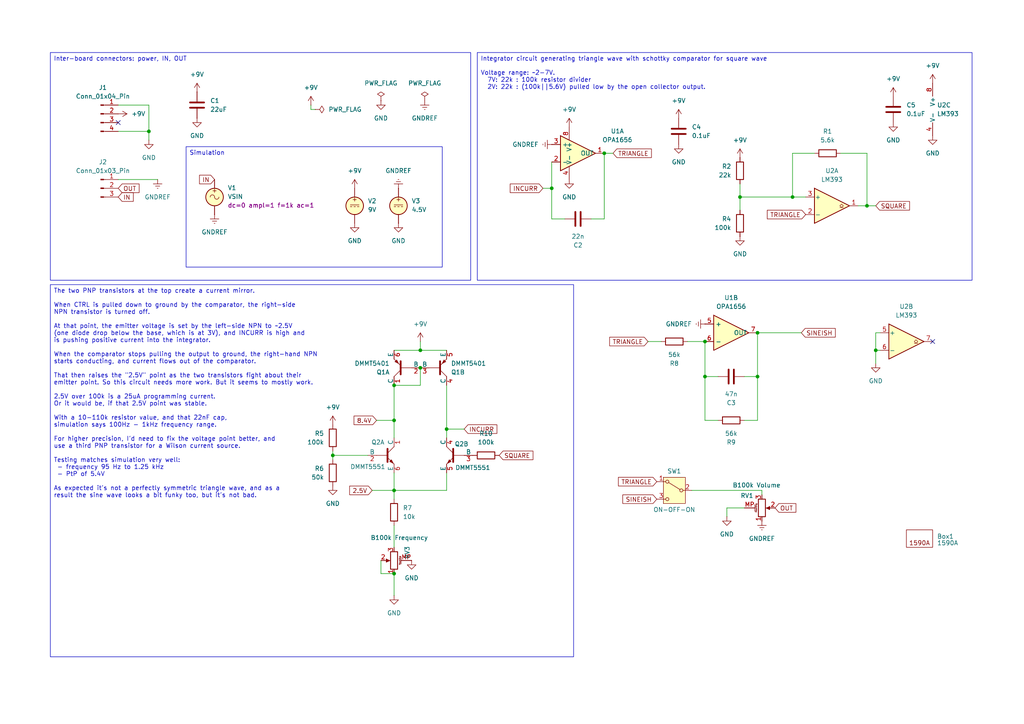
<source format=kicad_sch>
(kicad_sch (version 20250114) (generator "eeschema") (generator_version "9.0")
  (paper "A4")
  (title_block (title "Oscillator circuit") (date "2025-06-08") (rev "v1.0"))
  (lib_symbols
    (symbol "Comparator:LM393" (pin_names (offset 0.127))
      (property "Reference" "U" (at 3.81 3.81 0))
      (property "Value" "LM393" (at 6.35 -3.81 0))
      (symbol "LM393_1_1"
        (polyline (pts (xy -5.08 5.08) (xy 5.08 0) (xy -5.08 -5.08) (xy -5.08 5.08)) (stroke (width 0.254)) (fill (type background)))
        (polyline (pts (xy 3.302 -0.508) (xy 2.794 -0.508) (xy 3.302 0) (xy 2.794 0.508) (xy 2.286 0) (xy 2.794 -0.508) (xy 2.286 -0.508)) (stroke (width 0.127)))
        (pin input line (at -7.62 2.54 0) (length 2.54) (name "+") (number "3"))
        (pin input line (at -7.62 -2.54 0) (length 2.54) (name "-") (number "2"))
        (pin open_collector line (at 7.62 0 180) (length 2.54) (name "~") (number "1"))
      )
      (symbol "LM393_2_1"
        (polyline (pts (xy -5.08 5.08) (xy 5.08 0) (xy -5.08 -5.08) (xy -5.08 5.08)) (stroke (width 0.254)) (fill (type background)))
        (polyline (pts (xy 3.302 -0.508) (xy 2.794 -0.508) (xy 3.302 0) (xy 2.794 0.508) (xy 2.286 0) (xy 2.794 -0.508) (xy 2.286 -0.508)) (stroke (width 0.127)))
        (pin input line (at -7.62 2.54 0) (length 2.54) (name "+") (number "5"))
        (pin input line (at -7.62 -2.54 0) (length 2.54) (name "-") (number "6"))
        (pin open_collector line (at 7.62 0 180) (length 2.54) (name "~") (number "7"))
      )
      (symbol "LM393_3_1"
        (pin power_in line (at -2.54 7.62 270) (length 3.81) (name "V+") (number "8"))
        (pin power_in line (at -2.54 -7.62 90) (length 3.81) (name "V-") (number "4"))
      )
    )
    (symbol "Connector:Conn_01x03_Pin" (pin_names (offset 1.016) (hide yes))
      (property "Reference" "J" (at 0 5.08 0))
      (property "Value" "Conn_01x03_Pin" (at 0 -5.08 0))
      (symbol "Conn_01x03_Pin_1_1"
        (rectangle (start 0.8636 2.667) (end 0 2.413) (stroke (width 0.1524)) (fill (type outline)))
        (rectangle (start 0.8636 0.127) (end 0 -0.127) (stroke (width 0.1524)) (fill (type outline)))
        (rectangle (start 0.8636 -2.413) (end 0 -2.667) (stroke (width 0.1524)) (fill (type outline)))
        (polyline (pts (xy 1.27 2.54) (xy 0.8636 2.54)) (stroke (width 0.1524)))
        (polyline (pts (xy 1.27 0) (xy 0.8636 0)) (stroke (width 0.1524)))
        (polyline (pts (xy 1.27 -2.54) (xy 0.8636 -2.54)) (stroke (width 0.1524)))
        (pin passive line (at 5.08 2.54 180) (length 3.81) (name "Pin_1") (number "1"))
        (pin passive line (at 5.08 0 180) (length 3.81) (name "Pin_2") (number "2"))
        (pin passive line (at 5.08 -2.54 180) (length 3.81) (name "Pin_3") (number "3"))
      )
    )
    (symbol "Connector:Conn_01x04_Pin" (pin_names (offset 1.016) (hide yes))
      (property "Reference" "J" (at 0 5.08 0))
      (property "Value" "Conn_01x04_Pin" (at 0 -7.62 0))
      (symbol "Conn_01x04_Pin_1_1"
        (rectangle (start 0.8636 2.667) (end 0 2.413) (stroke (width 0.1524)) (fill (type outline)))
        (rectangle (start 0.8636 0.127) (end 0 -0.127) (stroke (width 0.1524)) (fill (type outline)))
        (rectangle (start 0.8636 -2.413) (end 0 -2.667) (stroke (width 0.1524)) (fill (type outline)))
        (rectangle (start 0.8636 -4.953) (end 0 -5.207) (stroke (width 0.1524)) (fill (type outline)))
        (polyline (pts (xy 1.27 2.54) (xy 0.8636 2.54)) (stroke (width 0.1524)))
        (polyline (pts (xy 1.27 0) (xy 0.8636 0)) (stroke (width 0.1524)))
        (polyline (pts (xy 1.27 -2.54) (xy 0.8636 -2.54)) (stroke (width 0.1524)))
        (polyline (pts (xy 1.27 -5.08) (xy 0.8636 -5.08)) (stroke (width 0.1524)))
        (pin passive line (at 5.08 2.54 180) (length 3.81) (name "Pin_1") (number "1"))
        (pin passive line (at 5.08 0 180) (length 3.81) (name "Pin_2") (number "2"))
        (pin passive line (at 5.08 -2.54 180) (length 3.81) (name "Pin_3") (number "3"))
        (pin passive line (at 5.08 -5.08 180) (length 3.81) (name "Pin_4") (number "4"))
      )
    )
    (symbol "Device:C" (pin_numbers (hide yes)) (pin_names (offset 0.254))
      (property "Reference" "C" (at 0.635 2.54 0))
      (property "Value" "C" (at 0.635 -2.54 0))
      (symbol "C_0_1"
        (polyline (pts (xy -2.032 0.762) (xy 2.032 0.762)) (stroke (width 0.508)))
        (polyline (pts (xy -2.032 -0.762) (xy 2.032 -0.762)) (stroke (width 0.508)))
      )
      (symbol "C_1_1"
        (pin passive line (at 0 3.81 270) (length 2.794) (name "~") (number "1"))
        (pin passive line (at 0 -3.81 90) (length 2.794) (name "~") (number "2"))
      )
    )
    (symbol "Device:R" (pin_numbers (hide yes)) (pin_names (offset 0))
      (property "Reference" "R" (at 2.032 0 90))
      (property "Value" "R" (at 0 0 90))
      (symbol "R_0_1"
        (rectangle (start -1.016 -2.54) (end 1.016 2.54) (stroke (width 0.254)))
      )
      (symbol "R_1_1"
        (pin passive line (at 0 3.81 270) (length 1.27) (name "~") (number "1"))
        (pin passive line (at 0 -3.81 90) (length 1.27) (name "~") (number "2"))
      )
    )
    (symbol "Device:R_Potentiometer_MountingPin" (pin_names (offset 1.016) (hide yes))
      (property "Reference" "RV" (at -8.255 0 90))
      (property "Value" "R_Potentiometer_MountingPin" (at -6.35 0 90))
      (symbol "R_Potentiometer_MountingPin_0_1"
        (rectangle (start 1.016 2.54) (end -1.016 -2.54) (stroke (width 0.254)))
        (polyline (pts (xy 1.143 0) (xy 2.286 0.508) (xy 2.286 -0.508)) (fill (type outline)))
        (polyline (pts (xy 2.54 0) (xy 1.524 0)))
      )
      (symbol "R_Potentiometer_MountingPin_1_1"
        (polyline (pts (xy -2.032 1.016) (xy -2.032 -1.016)) (stroke (width 0.1524)))
        (text "Mounting" (at -1.651 0 900) (effects (font (size 0.381 0.381))))
        (pin passive line (at -5.08 0 0) (length 3.048) (name "MountPin") (number "MP"))
        (pin passive line (at 0 3.81 270) (length 1.27) (name "1") (number "1"))
        (pin passive line (at 0 -3.81 90) (length 1.27) (name "3") (number "3"))
        (pin passive line (at 3.81 0 180) (length 1.27) (name "2") (number "2"))
      )
    )
    (symbol "Mylib:DMMT5401" (pin_names (offset 0))
      (property "Reference" "Q" (at 3.81 1.016 0))
      (property "Value" "DMMT5401" (at 8.128 -1.016 0))
      (symbol "DMMT5401_0_1"
        (polyline (pts (xy -3.81 0) (xy -0.635 0)))
        (polyline (pts (xy -0.635 0.635) (xy 1.27 2.54)))
        (polyline (pts (xy -0.635 -0.635) (xy 1.27 -2.54)))
        (polyline (pts (xy -0.635 -1.905) (xy -0.635 1.905)) (stroke (width 0.508)))
        (polyline (pts (xy 1.016 1.778) (xy 0.508 2.286) (xy 0 1.27) (xy 1.016 1.778)) (fill (type outline)))
      )
      (symbol "DMMT5401_1_0"
        (pin passive line (at 1.27 5.08 270) (length 2.54) (name "E") (number "6"))
      )
      (symbol "DMMT5401_1_1"
        (pin input line (at -6.35 0 0) (length 2.54) (name "B") (number "2"))
        (pin passive line (at 1.27 -5.08 90) (length 2.54) (name "C") (number "1"))
      )
      (symbol "DMMT5401_2_0"
        (pin passive line (at 1.27 5.08 270) (length 2.54) (name "E") (number "5"))
        (pin passive line (at 1.27 -5.08 90) (length 2.54) (name "C") (number "4"))
      )
      (symbol "DMMT5401_2_1"
        (pin input line (at -6.35 0 0) (length 2.54) (name "B") (number "3"))
      )
    )
    (symbol "Mylib:DMMT5551" (pin_names (offset 0))
      (property "Reference" "Q" (at 3.81 1.016 0))
      (property "Value" "DMMT5551" (at 8.128 -1.016 0))
      (symbol "DMMT5551_0_1"
        (polyline (pts (xy -3.81 0) (xy -0.635 0)))
        (polyline (pts (xy -0.635 1.905) (xy -0.635 -1.905)) (stroke (width 0.508)))
        (polyline (pts (xy -0.635 0.635) (xy 1.27 2.54)))
        (polyline (pts (xy -0.635 -0.635) (xy 1.27 -2.54)))
        (polyline (pts (xy 0 -1.778) (xy 0.508 -1.27) (xy 1.016 -2.286) (xy 0 -1.778)) (fill (type outline)))
      )
      (symbol "DMMT5551_1_0"
        (pin passive line (at 1.27 -5.08 90) (length 2.54) (name "E") (number "6"))
      )
      (symbol "DMMT5551_1_1"
        (pin input line (at -6.35 0 0) (length 2.54) (name "B") (number "2"))
        (pin passive line (at 1.27 5.08 270) (length 2.54) (name "C") (number "1"))
      )
      (symbol "DMMT5551_2_0"
        (pin passive line (at 1.27 5.08 270) (length 2.54) (name "C") (number "4"))
        (pin passive line (at 1.27 -5.08 90) (length 2.54) (name "E") (number "5"))
      )
      (symbol "DMMT5551_2_1"
        (pin input line (at -6.35 0 0) (length 2.54) (name "B") (number "3"))
      )
    )
    (symbol "Mylib:Enclosure_1590A" (exclude_from_sim yes)
      (property "Reference" "Box" (at 0 0 0))
      (symbol "Enclosure_1590A_0_1"
        (rectangle (start -3.81 1.27) (end 3.81 -3.81))
      )
      (symbol "Enclosure_1590A_1_1"
        (text "1590A" (at 0 -2.54 0) (effects (font (size 1.27 1.27))))
      )
    )
    (symbol "Mylib:OPA1656"
      (property "Reference" "U" (at 8.89 5.08 0))
      (property "Value" "OPA1656" (at 2.54 11.43 0))
      (symbol "OPA1656_0_1"
        (polyline (pts (xy -2.54 5.08) (xy 7.62 0) (xy -2.54 -5.08) (xy -2.54 5.08)) (stroke (width 0.254)) (fill (type background)))
      )
      (symbol "OPA1656_1_1"
        (pin input line (at -5.08 2.54 0) (length 2.54) (name "+") (number "3"))
        (pin input line (at -5.08 -2.54 0) (length 2.54) (name "-") (number "2"))
        (pin power_in line (at 0 7.62 270) (length 3.81) (name "V+") (number "8"))
        (pin power_in line (at 0 -7.62 90) (length 3.81) (name "V-") (number "4"))
        (pin output line (at 10.16 0 180) (length 2.54) (name "OUT") (number "1"))
      )
      (symbol "OPA1656_2_1"
        (pin input line (at -5.08 2.54 0) (length 2.54) (name "+") (number "5"))
        (pin input line (at -5.08 -2.54 0) (length 2.54) (name "-") (number "6"))
        (pin output line (at 10.16 0 180) (length 2.54) (name "OUT") (number "7"))
      )
    )
    (symbol "Simulation_SPICE:VDC" (pin_numbers (hide yes)) (pin_names (offset 0.0254))
      (property "Reference" "V" (at 2.54 2.54 0))
      (property "Value" "1" (at 2.54 0 0))
      (symbol "VDC_0_0"
        (polyline (pts (xy -1.27 0.254) (xy 1.27 0.254)))
        (polyline (pts (xy -0.762 -0.254) (xy -1.27 -0.254)))
        (polyline (pts (xy 0.254 -0.254) (xy -0.254 -0.254)))
        (polyline (pts (xy 1.27 -0.254) (xy 0.762 -0.254)))
        (text "+" (at 0 1.905 0) (effects (font (size 1.27 1.27))))
      )
      (symbol "VDC_0_1"
        (circle (center 0 0) (radius 2.54) (stroke (width 0.254)) (fill (type background)))
      )
      (symbol "VDC_1_1"
        (pin passive line (at 0 5.08 270) (length 2.54) (name "~") (number "1"))
        (pin passive line (at 0 -5.08 90) (length 2.54) (name "~") (number "2"))
      )
    )
    (symbol "Simulation_SPICE:VSIN" (pin_numbers (hide yes)) (pin_names (offset 0.0254))
      (property "Reference" "V" (at 2.54 2.54 0))
      (property "Value" "VSIN" (at 2.54 0 0))
      (property "Sim.Params" "dc=0 ampl=1 f=1k ac=1" (at 2.54 -2.54 0))
      (symbol "VSIN_0_0"
        (arc (start -1.27 0) (mid -0.635 0.6323) (end 0 0))
        (arc (start 1.27 0) (mid 0.635 -0.6323) (end 0 0))
        (text "+" (at 0 1.905 0) (effects (font (size 1.27 1.27))))
      )
      (symbol "VSIN_0_1"
        (circle (center 0 0) (radius 2.54) (stroke (width 0.254)) (fill (type background)))
      )
      (symbol "VSIN_1_1"
        (pin passive line (at 0 5.08 270) (length 2.54) (name "~") (number "1"))
        (pin passive line (at 0 -5.08 90) (length 2.54) (name "~") (number "2"))
      )
    )
    (symbol "Switch:SW_SPDT" (pin_names (offset 0) (hide yes))
      (property "Reference" "SW" (at 0 5.08 0))
      (property "Value" "SW_SPDT" (at 0 -5.08 0))
      (symbol "SW_SPDT_0_1"
        (circle (center -2.032 0) (radius 0.4572))
        (polyline (pts (xy -1.651 0.254) (xy 1.651 2.286)))
        (circle (center 2.032 2.54) (radius 0.4572))
        (circle (center 2.032 -2.54) (radius 0.4572))
      )
      (symbol "SW_SPDT_1_1"
        (rectangle (start -3.175 3.81) (end 3.175 -3.81) (fill (type background)))
        (pin passive line (at -5.08 0 0) (length 2.54) (name "B") (number "2"))
        (pin passive line (at 5.08 2.54 180) (length 2.54) (name "A") (number "1"))
        (pin passive line (at 5.08 -2.54 180) (length 2.54) (name "C") (number "3"))
      )
    )
    (symbol "power:+9V" (power) (pin_numbers (hide yes)) (pin_names (offset 0) (hide yes))
      (property "Value" "+9V" (at 0 3.556 0))
      (symbol "+9V_0_1"
        (polyline (pts (xy -0.762 1.27) (xy 0 2.54)))
        (polyline (pts (xy 0 2.54) (xy 0.762 1.27)))
        (polyline (pts (xy 0 0) (xy 0 2.54)))
      )
      (symbol "+9V_1_1"
        (pin power_in line (at 0 0 90) (length 0) (name "~") (number "1"))
      )
    )
    (symbol "power:GND" (power) (pin_numbers (hide yes)) (pin_names (offset 0) (hide yes))
      (property "Value" "GND" (at 0 -3.81 0))
      (symbol "GND_0_1"
        (polyline (pts (xy 0 0) (xy 0 -1.27) (xy 1.27 -1.27) (xy 0 -2.54) (xy -1.27 -1.27) (xy 0 -1.27)))
      )
      (symbol "GND_1_1"
        (pin power_in line (at 0 0 270) (length 0) (name "~") (number "1"))
      )
    )
    (symbol "power:GNDREF" (power) (pin_numbers (hide yes)) (pin_names (offset 0) (hide yes))
      (property "Value" "GNDREF" (at 0 -3.81 0))
      (symbol "GNDREF_0_1"
        (polyline (pts (xy -0.635 -1.905) (xy 0.635 -1.905)))
        (polyline (pts (xy -0.127 -2.54) (xy 0.127 -2.54)))
        (polyline (pts (xy 0 -1.27) (xy 0 0)))
        (polyline (pts (xy 1.27 -1.27) (xy -1.27 -1.27)))
      )
      (symbol "GNDREF_1_1"
        (pin power_in line (at 0 0 270) (length 0) (name "~") (number "1"))
      )
    )
    (symbol "power:PWR_FLAG" (power) (pin_numbers (hide yes)) (pin_names (offset 0) (hide yes))
      (property "Value" "PWR_FLAG" (at 0 3.81 0))
      (symbol "PWR_FLAG_0_0"
        (pin power_out line (at 0 0 90) (length 0) (name "~") (number "1"))
      )
      (symbol "PWR_FLAG_0_1"
        (polyline (pts (xy 0 0) (xy 0 1.27) (xy -1.016 1.905) (xy 0 2.54) (xy 1.016 1.905) (xy 0 1.27)))
      )
    )
  )
  (text_box "Integrator circuit generating triangle wave with schottky comparator for square wave\n\nVoltage range: ~2-7V.\n  7V: 22k : 100k resistor divider\n  2V: 22k : (100k||5.6V) pulled low by the open collector output." (at 138.43 15.24 0) (size 143.51 66.04) (margins 0.9525 0.9525 0.9525 0.9525) (effects (font (size 1.27 1.27)) (justify left top)))
  (text_box "Simulation" (at 53.975 42.545 0) (size 74.295 34.925) (margins 0.9525 0.9525 0.9525 0.9525) (effects (font (size 1.27 1.27)) (justify left top)))
  (text_box "Inter-board connectors: power, IN, OUT" (at 14.605 15.24 0) (size 121.92 66.04) (margins 0.9525 0.9525 0.9525 0.9525) (effects (font (size 1.27 1.27)) (justify left top)))
  (text_box "The two PNP transistors at the top create a current mirror.\n\nWhen CTRL is pulled down to ground by the comparator, the right-side\nNPN transistor is turned off. \n\nAt that point, the emitter voltage is set by the left-side NPN to ~2.5V\n(one diode drop below the base, which is at 3V), and INCURR is high and\nis pushing positive current into the integrator.\n\nWhen the comparator stops pulling the output to ground, the right-hand NPN\nstarts conducting, and current flows out of the comparator.\n\nThat then raises the \"2.5V\" point as the two transistors fight about their\nemitter point. So this circuit needs more work. But it seems to mostly work.\n\n2.5V over 100k is a 25uA programming current.\nOr it would be, if that 2.5V point was stable.\n\nWith a 10-110k resistor value, and that 22nF cap,\nsimulation says 100Hz - 1kHz frequency range. \n\nFor higher precision, I'd need to fix the voltage point better, and\nuse a third PNP transistor for a Wilson current source.\n\nTesting matches simulation very well:\n - frequency 95 Hz to 1.25 kHz\n - PtP of 5.4V\n\nAs expected it's not a perfectly symmetric triangle wave, and as a\nresult the sine wave looks a bit funky too, but it's not bad." (at 14.605 82.55 0) (size 151.765 107.95) (margins 0.9525 0.9525 0.9525 0.9525) (effects (font (size 1.27 1.27)) (justify left top)))
  (junction (at 114.3 121.92))
  (junction (at 160.02 54.61))
  (junction (at 254 101.6))
  (junction (at 129.54 124.46))
  (junction (at 121.92 101.6))
  (junction (at 204.47 109.22))
  (junction (at 114.3 111.76))
  (junction (at 121.92 106.68))
  (junction (at 114.3 142.24))
  (junction (at 219.71 109.22))
  (junction (at 251.46 59.69))
  (junction (at 229.87 57.15))
  (junction (at 204.47 99.06))
  (junction (at 214.63 57.15))
  (junction (at 43.18 38.1))
  (junction (at 114.3 166.37))
  (junction (at 219.71 96.52))
  (junction (at 175.26 44.45))
  (junction (at 96.52 132.08))
  (no_connect (at 270.51 99.06))
  (no_connect (at 34.29 35.56))
  (wire (pts (xy 129.54 124.46) (xy 129.54 127)))
  (wire (pts (xy 114.3 111.76) (xy 114.3 121.92)))
  (wire (pts (xy 254 101.6) (xy 255.27 101.6)))
  (wire (pts (xy 215.9 109.22) (xy 219.71 109.22)))
  (wire (pts (xy 229.87 44.45) (xy 229.87 57.15)))
  (wire (pts (xy 204.47 121.92) (xy 208.28 121.92)))
  (wire (pts (xy 34.29 30.48) (xy 43.18 30.48)))
  (wire (pts (xy 114.3 142.24) (xy 114.3 144.78)))
  (wire (pts (xy 204.47 109.22) (xy 204.47 121.92)))
  (wire (pts (xy 96.52 132.08) (xy 96.52 133.35)))
  (wire (pts (xy 43.18 38.1) (xy 43.18 40.64)))
  (wire (pts (xy 114.3 111.76) (xy 121.92 111.76)))
  (wire (pts (xy 129.54 137.16) (xy 129.54 142.24)))
  (wire (pts (xy 187.96 99.06) (xy 191.77 99.06)))
  (wire (pts (xy 90.17 31.75) (xy 91.44 31.75)))
  (wire (pts (xy 96.52 130.81) (xy 96.52 132.08)))
  (wire (pts (xy 219.71 96.52) (xy 232.41 96.52)))
  (wire (pts (xy 214.63 57.15) (xy 229.87 57.15)))
  (wire (pts (xy 229.87 57.15) (xy 233.68 57.15)))
  (wire (pts (xy 210.82 147.32) (xy 210.82 149.86)))
  (wire (pts (xy 215.9 121.92) (xy 219.71 121.92)))
  (wire (pts (xy 43.18 30.48) (xy 43.18 38.1)))
  (wire (pts (xy 175.26 63.5) (xy 175.26 44.45)))
  (wire (pts (xy 219.71 96.52) (xy 219.71 109.22)))
  (wire (pts (xy 121.92 99.06) (xy 121.92 101.6)))
  (wire (pts (xy 114.3 152.4) (xy 114.3 158.75)))
  (wire (pts (xy 214.63 57.15) (xy 214.63 60.96)))
  (wire (pts (xy 121.92 111.76) (xy 121.92 106.68)))
  (wire (pts (xy 236.22 44.45) (xy 229.87 44.45)))
  (wire (pts (xy 34.29 52.07) (xy 45.72 52.07)))
  (wire (pts (xy 129.54 124.46) (xy 134.62 124.46)))
  (wire (pts (xy 215.9 147.32) (xy 210.82 147.32)))
  (wire (pts (xy 200.66 142.24) (xy 220.98 142.24)))
  (wire (pts (xy 220.98 142.24) (xy 220.98 143.51)))
  (wire (pts (xy 107.95 142.24) (xy 114.3 142.24)))
  (wire (pts (xy 171.45 63.5) (xy 175.26 63.5)))
  (wire (pts (xy 109.22 121.92) (xy 114.3 121.92)))
  (wire (pts (xy 121.92 101.6) (xy 114.3 101.6)))
  (wire (pts (xy 157.48 54.61) (xy 160.02 54.61)))
  (wire (pts (xy 34.29 38.1) (xy 43.18 38.1)))
  (wire (pts (xy 121.92 101.6) (xy 129.54 101.6)))
  (wire (pts (xy 129.54 111.76) (xy 129.54 124.46)))
  (wire (pts (xy 114.3 137.16) (xy 114.3 142.24)))
  (wire (pts (xy 254 101.6) (xy 254 96.52)))
  (wire (pts (xy 204.47 99.06) (xy 204.47 109.22)))
  (wire (pts (xy 160.02 46.99) (xy 160.02 54.61)))
  (wire (pts (xy 199.39 99.06) (xy 204.47 99.06)))
  (wire (pts (xy 110.49 162.56) (xy 110.49 166.37)))
  (wire (pts (xy 254 96.52) (xy 255.27 96.52)))
  (wire (pts (xy 160.02 63.5) (xy 163.83 63.5)))
  (wire (pts (xy 248.92 59.69) (xy 251.46 59.69)))
  (wire (pts (xy 114.3 166.37) (xy 114.3 172.72)))
  (wire (pts (xy 114.3 121.92) (xy 114.3 127)))
  (wire (pts (xy 214.63 53.34) (xy 214.63 57.15)))
  (wire (pts (xy 110.49 166.37) (xy 114.3 166.37)))
  (wire (pts (xy 160.02 54.61) (xy 160.02 63.5)))
  (wire (pts (xy 90.17 30.48) (xy 90.17 31.75)))
  (wire (pts (xy 254 105.41) (xy 254 101.6)))
  (wire (pts (xy 204.47 109.22) (xy 208.28 109.22)))
  (wire (pts (xy 175.26 44.45) (xy 177.8 44.45)))
  (wire (pts (xy 251.46 59.69) (xy 254 59.69)))
  (wire (pts (xy 219.71 121.92) (xy 219.71 109.22)))
  (wire (pts (xy 129.54 142.24) (xy 114.3 142.24)))
  (wire (pts (xy 243.84 44.45) (xy 251.46 44.45)))
  (wire (pts (xy 96.52 132.08) (xy 106.68 132.08)))
  (wire (pts (xy 251.46 44.45) (xy 251.46 59.69)))
  (global_label "INCURR" (shape input) (at 157.48 54.61 180) (property "Intersheetrefs" "${INTERSHEET_REFS}" (effects (hide yes))))
  (global_label "SQUARE" (shape input) (at 254 59.69 0) (property "Intersheetrefs" "${INTERSHEET_REFS}" (effects (hide yes))))
  (global_label "8.4V" (shape input) (at 109.22 121.92 180) (property "Intersheetrefs" "${INTERSHEET_REFS}" (effects (hide yes))))
  (global_label "SQUARE" (shape input) (at 144.78 132.08 0) (property "Intersheetrefs" "${INTERSHEET_REFS}" (effects (hide yes))))
  (global_label "TRIANGLE" (shape input) (at 233.68 62.23 180) (property "Intersheetrefs" "${INTERSHEET_REFS}" (effects (hide yes))))
  (global_label "TRIANGLE" (shape input) (at 187.96 99.06 180) (property "Intersheetrefs" "${INTERSHEET_REFS}" (effects (hide yes))))
  (global_label "IN" (shape input) (at 34.29 57.15 0) (property "Intersheetrefs" "${INTERSHEET_REFS}" (effects (hide yes))))
  (global_label "TRIANGLE" (shape input) (at 190.5 139.7 180) (property "Intersheetrefs" "${INTERSHEET_REFS}" (effects (hide yes))))
  (global_label "SINEISH" (shape input) (at 190.5 144.78 180) (property "Intersheetrefs" "${INTERSHEET_REFS}" (effects (hide yes))))
  (global_label "OUT" (shape input) (at 34.29 54.61 0) (property "Intersheetrefs" "${INTERSHEET_REFS}" (effects (hide yes))))
  (global_label "TRIANGLE" (shape input) (at 177.8 44.45 0) (property "Intersheetrefs" "${INTERSHEET_REFS}" (effects (hide yes))))
  (global_label "INCURR" (shape input) (at 134.62 124.46 0) (property "Intersheetrefs" "${INTERSHEET_REFS}" (effects (hide yes))))
  (global_label "SINEISH" (shape input) (at 232.41 96.52 0) (property "Intersheetrefs" "${INTERSHEET_REFS}" (effects (hide yes))))
  (global_label "OUT" (shape input) (at 224.79 147.32 0) (property "Intersheetrefs" "${INTERSHEET_REFS}" (effects (hide yes))))
  (global_label "2.5V" (shape input) (at 107.95 142.24 180) (property "Intersheetrefs" "${INTERSHEET_REFS}" (effects (hide yes))))
  (global_label "IN" (shape input) (at 62.23 52.07 180) (property "Intersheetrefs" "${INTERSHEET_REFS}" (effects (hide yes))))
  (symbol (lib_id "power:GND") (at 57.15 34.29 0) (unit 1)
    (property "Reference" "#PWR06" (effects (hide yes)))
    (property "Value" "GND" (at 57.15 39.37 0))
    (property "Description" "Power symbol creates a global label with name \"GND\" , ground" (effects (hide yes)))
  )
  (symbol (lib_id "power:+9V") (at 102.87 54.61 0) (unit 1)
    (property "Reference" "#PWR013" (effects (hide yes)))
    (property "Value" "+9V" (at 102.87 49.53 0))
    (property "Description" "Power symbol creates a global label with name \"+9V\"" (effects (hide yes)))
  )
  (symbol (lib_id "Device:R") (at 212.09 121.92 270) (unit 1)
    (property "Reference" "R9" (at 212.09 128.27 90))
    (property "Value" "56k" (at 212.09 125.73 90))
    (property "Footprint" "Resistor_SMD:R_0805_2012Metric" (effects (hide yes)))
    (property "Description" "Resistor" (effects (hide yes)))
  )
  (symbol (lib_id "Device:R") (at 195.58 99.06 270) (unit 1)
    (property "Reference" "R8" (at 195.58 105.41 90))
    (property "Value" "56k" (at 195.58 102.87 90))
    (property "Footprint" "Resistor_SMD:R_0805_2012Metric" (effects (hide yes)))
    (property "Description" "Resistor" (effects (hide yes)))
  )
  (symbol (lib_id "Device:R") (at 114.3 148.59 0) (mirror y) (unit 1)
    (property "Reference" "R7" (at 116.84 147.3199 0) (effects (justify right)))
    (property "Value" "10k" (at 116.84 149.8599 0) (effects (justify right)))
    (property "Footprint" "Resistor_SMD:R_0805_2012Metric" (effects (hide yes)))
    (property "Description" "Resistor" (effects (hide yes)))
  )
  (symbol (lib_id "Device:C") (at 196.85 38.1 0) (unit 1)
    (property "Reference" "C4" (at 200.66 36.8299 0) (effects (justify left)))
    (property "Value" "0.1uF" (at 200.66 39.3699 0) (effects (justify left)))
    (property "Footprint" "Mylib:C_0704_1810Metric" (effects (hide yes)))
    (property "Description" "Unpolarized capacitor" (effects (hide yes)))
  )
  (symbol (lib_id "power:GND") (at 115.57 64.77 0) (unit 1)
    (property "Reference" "#PWR017" (effects (hide yes)))
    (property "Value" "GND" (at 115.57 69.85 0))
    (property "Description" "Power symbol creates a global label with name \"GND\" , ground" (effects (hide yes)))
  )
  (symbol (lib_id "power:GNDREF") (at 123.19 29.21 0) (unit 1)
    (property "Reference" "#PWR03" (effects (hide yes)))
    (property "Value" "GNDREF" (at 123.19 34.29 0))
    (property "Description" "Power symbol creates a global label with name \"GNDREF\" , reference supply ground" (effects (hide yes)))
  )
  (symbol (lib_id "power:GND") (at 196.85 41.91 0) (unit 1)
    (property "Reference" "#PWR028" (effects (hide yes)))
    (property "Value" "GND" (at 196.85 46.99 0))
    (property "Description" "Power symbol creates a global label with name \"GND\" , ground" (effects (hide yes)))
  )
  (symbol (lib_id "power:+9V") (at 57.15 26.67 0) (unit 1)
    (property "Reference" "#PWR01" (effects (hide yes)))
    (property "Value" "+9V" (at 57.15 21.59 0))
    (property "Description" "Power symbol creates a global label with name \"+9V\"" (effects (hide yes)))
  )
  (symbol (lib_id "power:GNDREF") (at 204.47 93.98 270) (unit 1)
    (property "Reference" "#PWR026" (effects (hide yes)))
    (property "Value" "GNDREF" (at 200.66 93.9799 90) (effects (justify right)))
    (property "Description" "Power symbol creates a global label with name \"GNDREF\" , reference supply ground" (effects (hide yes)))
  )
  (symbol (lib_id "Mylib:DMMT5551") (at 130.81 132.08 0) (mirror y) (unit 2)
    (property "Reference" "Q2" (at 135.89 128.778 0) (effects (justify left)))
    (property "Value" "DMMT5551" (at 142.24 135.636 0) (effects (justify left)))
    (property "Footprint" "Package_TO_SOT_SMD:SOT-23-6" (effects (hide yes)))
    (property "Datasheet" "https://www.diodes.com/assets/Datasheets/ds30436.pdf" (effects (hide yes)))
    (property "Description" "Matched dual small signal NPN transistor" (effects (hide yes)))
    (property "Sim.Library" "/home/torvalds/KiCad/1590A/symbols/DMMT5551.lib" (effects (hide yes)))
    (property "Sim.Name" "DMMT5551" (effects (hide yes)))
    (property "Sim.Device" "SUBCKT" (effects (hide yes)))
    (property "Sim.Pins" "1=1 2=2 3=3 4=4 5=5 6=6" (effects (hide yes)))
  )
  (symbol (lib_id "Comparator:LM393") (at 262.89 99.06 0) (unit 2)
    (property "Reference" "U2" (at 262.89 88.9 0))
    (property "Value" "LM393" (at 262.89 91.44 0))
    (property "Footprint" "Package_SO:SOIC-8_3.9x4.9mm_P1.27mm" (effects (hide yes)))
    (property "Datasheet" "http://www.ti.com/lit/ds/symlink/lm393.pdf" (effects (hide yes)))
    (property "Description" "Low-Power, Low-Offset Voltage, Dual Comparators, DIP-8/SOIC-8/TO-99-8" (effects (hide yes)))
    (property "Sim.Library" "/home/torvalds/KiCad/sim/LM393.mod" (effects (hide yes)))
    (property "Sim.Name" "LM393" (effects (hide yes)))
    (property "Sim.Device" "SUBCKT" (effects (hide yes)))
    (property "Sim.Pins" "1=1 2=2 3=3 4=4 5=5 6=6 7=7 8=8" (effects (hide yes)))
  )
  (symbol (lib_id "Device:C") (at 259.08 31.75 0) (unit 1)
    (property "Reference" "C5" (at 262.89 30.4799 0) (effects (justify left)))
    (property "Value" "0.1uF" (at 262.89 33.0199 0) (effects (justify left)))
    (property "Footprint" "Mylib:C_0704_1810Metric" (effects (hide yes)))
    (property "Description" "Unpolarized capacitor" (effects (hide yes)))
  )
  (symbol (lib_id "power:+9V") (at 270.51 24.13 0) (mirror y) (unit 1)
    (property "Reference" "#PWR020" (effects (hide yes)))
    (property "Value" "+9V" (at 270.51 19.05 0))
    (property "Description" "Power symbol creates a global label with name \"+9V\"" (effects (hide yes)))
  )
  (symbol (lib_id "Mylib:DMMT5401") (at 128.27 106.68 0) (unit 2)
    (property "Reference" "Q1" (at 130.81 107.9501 0) (effects (justify left)))
    (property "Value" "DMMT5401" (at 130.81 105.4101 0) (effects (justify left)))
    (property "Footprint" "Package_TO_SOT_SMD:SOT-23-6" (effects (hide yes)))
    (property "Datasheet" "https://www.diodes.com/datasheet/download/DMMT5401.pdf" (effects (hide yes)))
    (property "Description" "Matched pair PNP SOT26" (effects (hide yes)))
    (property "Sim.Library" "/home/torvalds/KiCad/1590A/symbols/DMMT5401.lib" (effects (hide yes)))
    (property "Sim.Name" "DMMT5401" (effects (hide yes)))
    (property "Sim.Device" "SUBCKT" (effects (hide yes)))
    (property "Sim.Pins" "1=1 2=2 3=3 4=4 5=5 6=6" (effects (hide yes)))
  )
  (symbol (lib_id "power:GND") (at 214.63 68.58 0) (mirror y) (unit 1)
    (property "Reference" "#PWR018" (effects (hide yes)))
    (property "Value" "GND" (at 214.63 73.66 0))
    (property "Description" "Power symbol creates a global label with name \"GND\" , ground" (effects (hide yes)))
  )
  (symbol (lib_id "power:GND") (at 165.1 52.07 0) (mirror y) (unit 1)
    (property "Reference" "#PWR012" (effects (hide yes)))
    (property "Value" "GND" (at 165.1 57.15 0))
    (property "Description" "Power symbol creates a global label with name \"GND\" , ground" (effects (hide yes)))
  )
  (symbol (lib_id "power:GND") (at 110.49 29.21 0) (unit 1)
    (property "Reference" "#PWR02" (effects (hide yes)))
    (property "Value" "GND" (at 110.49 34.29 0))
    (property "Description" "Power symbol creates a global label with name \"GND\" , ground" (effects (hide yes)))
  )
  (symbol (lib_id "power:+9V") (at 196.85 34.29 0) (unit 1)
    (property "Reference" "#PWR027" (effects (hide yes)))
    (property "Value" "+9V" (at 196.85 29.21 0))
    (property "Description" "Power symbol creates a global label with name \"+9V\"" (effects (hide yes)))
  )
  (symbol (lib_id "power:GNDREF") (at 45.72 52.07 0) (unit 1)
    (property "Reference" "#PWR011" (effects (hide yes)))
    (property "Value" "GNDREF" (at 45.72 57.15 0))
    (property "Description" "Power symbol creates a global label with name \"GNDREF\" , reference supply ground" (effects (hide yes)))
  )
  (symbol (lib_id "power:+9V") (at 165.1 36.83 0) (mirror y) (unit 1)
    (property "Reference" "#PWR07" (effects (hide yes)))
    (property "Value" "+9V" (at 165.1 31.75 0))
    (property "Description" "Power symbol creates a global label with name \"+9V\"" (effects (hide yes)))
  )
  (symbol (lib_id "power:GND") (at 210.82 149.86 0) (unit 1)
    (property "Reference" "#PWR032" (effects (hide yes)))
    (property "Value" "GND" (at 210.82 154.94 0))
    (property "Description" "Power symbol creates a global label with name \"GND\" , ground" (effects (hide yes)))
  )
  (symbol (lib_id "Simulation_SPICE:VDC") (at 115.57 59.69 0) (unit 1) (in_bom no) (on_board no)
    (property "Reference" "V3" (at 119.38 58.2901 0) (effects (justify left)))
    (property "Value" "4.5V" (at 119.38 60.8301 0) (effects (justify left)))
    (property "Datasheet" "https://ngspice.sourceforge.io/docs/ngspice-html-manual/manual.xhtml#sec_Independent_Sources_for" (effects (hide yes)))
    (property "Description" "Voltage source, DC" (effects (hide yes)))
    (property "Sim.Pins" "1=+ 2=-" (effects (hide yes)))
    (property "Sim.Type" "DC" (effects (hide yes)))
    (property "Sim.Device" "V" (effects (hide yes)))
  )
  (symbol (lib_id "power:+9V") (at 96.52 123.19 0) (mirror y) (unit 1)
    (property "Reference" "#PWR023" (effects (hide yes)))
    (property "Value" "+9V" (at 96.52 118.11 0))
    (property "Description" "Power symbol creates a global label with name \"+9V\"" (effects (hide yes)))
  )
  (symbol (lib_id "Device:C") (at 212.09 109.22 90) (mirror x) (unit 1)
    (property "Reference" "C3" (at 212.09 116.84 90))
    (property "Value" "47n" (at 212.09 114.3 90))
    (property "Footprint" "Capacitor_SMD:C_0805_2012Metric" (effects (hide yes)))
    (property "Description" "Unpolarized capacitor" (effects (hide yes)))
  )
  (symbol (lib_id "power:GNDREF") (at 115.57 54.61 180) (unit 1)
    (property "Reference" "#PWR014" (effects (hide yes)))
    (property "Value" "GNDREF" (at 115.57 49.53 0))
    (property "Description" "Power symbol creates a global label with name \"GNDREF\" , reference supply ground" (effects (hide yes)))
  )
  (symbol (lib_id "power:PWR_FLAG") (at 123.19 29.21 0) (unit 1)
    (property "Reference" "#FLG02" (effects (hide yes)))
    (property "Value" "PWR_FLAG" (at 123.19 24.13 0))
    (property "Description" "Special symbol for telling ERC where power comes from" (effects (hide yes)))
  )
  (symbol (lib_id "power:+9V") (at 121.92 99.06 0) (mirror y) (unit 1)
    (property "Reference" "#PWR019" (effects (hide yes)))
    (property "Value" "+9V" (at 121.92 93.98 0))
    (property "Description" "Power symbol creates a global label with name \"+9V\"" (effects (hide yes)))
  )
  (symbol (lib_id "Mylib:DMMT5401") (at 115.57 106.68 0) (mirror y) (unit 1)
    (property "Reference" "Q1" (at 113.03 107.9501 0) (effects (justify left)))
    (property "Value" "DMMT5401" (at 113.03 105.4101 0) (effects (justify left)))
    (property "Footprint" "Package_TO_SOT_SMD:SOT-23-6" (effects (hide yes)))
    (property "Datasheet" "https://www.diodes.com/datasheet/download/DMMT5401.pdf" (effects (hide yes)))
    (property "Description" "Matched pair PNP SOT26" (effects (hide yes)))
    (property "Sim.Library" "/home/torvalds/KiCad/1590A/symbols/DMMT5401.lib" (effects (hide yes)))
    (property "Sim.Name" "DMMT5401" (effects (hide yes)))
    (property "Sim.Device" "SUBCKT" (effects (hide yes)))
    (property "Sim.Pins" "1=1 2=2 3=3 4=4 5=5 6=6" (effects (hide yes)))
  )
  (symbol (lib_id "Simulation_SPICE:VSIN") (at 62.23 57.15 0) (unit 1) (in_bom no) (on_board no)
    (property "Reference" "V1" (at 66.04 54.4801 0) (effects (justify left)))
    (property "Value" "VSIN" (at 66.04 57.0201 0) (effects (justify left)))
    (property "Datasheet" "https://ngspice.sourceforge.io/docs/ngspice-html-manual/manual.xhtml#sec_Independent_Sources_for" (effects (hide yes)))
    (property "Description" "Voltage source, sinusoidal" (effects (hide yes)))
    (property "Sim.Pins" "1=+ 2=-" (effects (hide yes)))
    (property "Sim.Params" "dc=0 ampl=1 f=1k ac=1" (at 66.04 59.5601 0) (effects (justify left)))
    (property "Sim.Type" "SIN" (effects (hide yes)))
    (property "Sim.Device" "V" (effects (hide yes)))
  )
  (symbol (lib_id "power:+9V") (at 259.08 27.94 0) (unit 1)
    (property "Reference" "#PWR029" (effects (hide yes)))
    (property "Value" "+9V" (at 259.08 22.86 0))
    (property "Description" "Power symbol creates a global label with name \"+9V\"" (effects (hide yes)))
  )
  (symbol (lib_id "power:+9V") (at 214.63 45.72 0) (mirror y) (unit 1)
    (property "Reference" "#PWR010" (effects (hide yes)))
    (property "Value" "+9V" (at 214.63 40.64 0))
    (property "Description" "Power symbol creates a global label with name \"+9V\"" (effects (hide yes)))
  )
  (symbol (lib_id "Mylib:OPA1656") (at 165.1 44.45 0) (unit 1)
    (property "Reference" "U1" (at 179.07 38.0298 0))
    (property "Value" "OPA1656" (at 179.07 40.5698 0))
    (property "Footprint" "Package_SO:SOIC-8_3.9x4.9mm_P1.27mm" (effects (hide yes)))
    (property "Datasheet" "https://ti.com/lit/ds/symlink/opa1655.pdf" (effects (hide yes)))
    (property "Description" "Dual audio op-amp" (effects (hide yes)))
    (property "Sim.Library" "${KIPRJMOD}/../../symbols/dual1656.lib" (effects (hide yes)))
    (property "Sim.Name" "DUAL1656" (effects (hide yes)))
    (property "Sim.Device" "SUBCKT" (effects (hide yes)))
    (property "Sim.Pins" "1=OUTA 2=INA- 3=INA+ 4=V- 5=INB+ 6=INB- 7=OUTB 8=V+" (effects (hide yes)))
  )
  (symbol (lib_id "Device:R") (at 214.63 49.53 0) (mirror x) (unit 1)
    (property "Reference" "R2" (at 212.09 48.2599 0) (effects (justify right)))
    (property "Value" "22k" (at 212.09 50.7999 0) (effects (justify right)))
    (property "Footprint" "Resistor_SMD:R_0805_2012Metric" (effects (hide yes)))
    (property "Description" "Resistor" (effects (hide yes)))
  )
  (symbol (lib_id "Simulation_SPICE:VDC") (at 102.87 59.69 0) (unit 1) (in_bom no) (on_board no)
    (property "Reference" "V2" (at 106.68 58.2901 0) (effects (justify left)))
    (property "Value" "9V" (at 106.68 60.8301 0) (effects (justify left)))
    (property "Datasheet" "https://ngspice.sourceforge.io/docs/ngspice-html-manual/manual.xhtml#sec_Independent_Sources_for" (effects (hide yes)))
    (property "Description" "Voltage source, DC" (effects (hide yes)))
    (property "Sim.Pins" "1=+ 2=-" (effects (hide yes)))
    (property "Sim.Type" "DC" (effects (hide yes)))
    (property "Sim.Device" "V" (effects (hide yes)))
  )
  (symbol (lib_id "power:PWR_FLAG") (at 91.44 31.75 270) (unit 1)
    (property "Reference" "#FLG03" (effects (hide yes)))
    (property "Value" "PWR_FLAG" (at 95.25 31.7499 90) (effects (justify left)))
    (property "Description" "Special symbol for telling ERC where power comes from" (effects (hide yes)))
  )
  (symbol (lib_id "Device:R") (at 96.52 137.16 0) (unit 1)
    (property "Reference" "R6" (at 93.98 135.8899 0) (effects (justify right)))
    (property "Value" "50k" (at 93.98 138.4299 0) (effects (justify right)))
    (property "Footprint" "Resistor_SMD:R_0805_2012Metric" (effects (hide yes)))
    (property "Description" "Resistor" (effects (hide yes)))
  )
  (symbol (lib_id "Connector:Conn_01x04_Pin") (at 29.21 33.02 0) (unit 1) (exclude_from_sim yes)
    (property "Reference" "J1" (at 29.845 25.4 0))
    (property "Value" "Conn_01x04_Pin" (at 29.845 27.94 0))
    (property "Footprint" "Connector_PinHeader_2.54mm:PinHeader_1x04_P2.54mm_Vertical" (effects (hide yes)))
    (property "Description" "Generic connector, single row, 01x04, script generated" (effects (hide yes)))
  )
  (symbol (lib_id "Mylib:Enclosure_1590A") (at 266.7 154.94 0) (unit 1) (exclude_from_sim yes)
    (property "Reference" "Box1" (at 271.78 155.5749 0) (effects (justify left)))
    (property "Value" "1590A" (at 271.78 157.48 0) (effects (justify left)))
    (property "Footprint" "Mylib:1590A" (effects (hide yes)))
  )
  (symbol (lib_id "Comparator:LM393") (at 241.3 59.69 0) (unit 1)
    (property "Reference" "U2" (at 241.3 49.53 0))
    (property "Value" "LM393" (at 241.3 52.07 0))
    (property "Footprint" "Package_SO:SOIC-8_3.9x4.9mm_P1.27mm" (effects (hide yes)))
    (property "Datasheet" "http://www.ti.com/lit/ds/symlink/lm393.pdf" (effects (hide yes)))
    (property "Description" "Low-Power, Low-Offset Voltage, Dual Comparators, DIP-8/SOIC-8/TO-99-8" (effects (hide yes)))
    (property "Sim.Library" "/home/torvalds/KiCad/sim/LM393.mod" (effects (hide yes)))
    (property "Sim.Name" "LM393" (effects (hide yes)))
    (property "Sim.Device" "SUBCKT" (effects (hide yes)))
    (property "Sim.Pins" "1=1 2=2 3=3 4=4 5=5 6=6 7=7 8=8" (effects (hide yes)))
  )
  (symbol (lib_id "Device:C") (at 57.15 30.48 0) (unit 1)
    (property "Reference" "C1" (at 60.96 29.2099 0) (effects (justify left)))
    (property "Value" "22uF" (at 60.96 31.7499 0) (effects (justify left)))
    (property "Footprint" "Capacitor_SMD:C_1206_3216Metric" (effects (hide yes)))
    (property "Description" "Unpolarized capacitor" (effects (hide yes)))
  )
  (symbol (lib_id "power:GND") (at 270.51 39.37 0) (mirror y) (unit 1)
    (property "Reference" "#PWR022" (effects (hide yes)))
    (property "Value" "GND" (at 270.51 44.45 0))
    (property "Description" "Power symbol creates a global label with name \"GND\" , ground" (effects (hide yes)))
  )
  (symbol (lib_id "Connector:Conn_01x03_Pin") (at 29.21 54.61 0) (unit 1) (exclude_from_sim yes)
    (property "Reference" "J2" (at 29.845 46.99 0))
    (property "Value" "Conn_01x03_Pin" (at 29.845 49.53 0))
    (property "Footprint" "Connector_PinHeader_2.54mm:PinHeader_1x03_P2.54mm_Vertical" (effects (hide yes)))
    (property "Description" "Generic connector, single row, 01x03, script generated" (effects (hide yes)))
  )
  (symbol (lib_id "power:PWR_FLAG") (at 110.49 29.21 0) (unit 1)
    (property "Reference" "#FLG01" (effects (hide yes)))
    (property "Value" "PWR_FLAG" (at 110.49 24.13 0))
    (property "Description" "Special symbol for telling ERC where power comes from" (effects (hide yes)))
  )
  (symbol (lib_id "power:+9V") (at 34.29 33.02 270) (unit 1)
    (property "Reference" "#PWR05" (effects (hide yes)))
    (property "Value" "+9V" (at 38.1 33.0199 90) (effects (justify left)))
    (property "Description" "Power symbol creates a global label with name \"+9V\"" (effects (hide yes)))
  )
  (symbol (lib_id "power:GNDREF") (at 160.02 41.91 270) (unit 1)
    (property "Reference" "#PWR09" (effects (hide yes)))
    (property "Value" "GNDREF" (at 156.21 41.9099 90) (effects (justify right)))
    (property "Description" "Power symbol creates a global label with name \"GNDREF\" , reference supply ground" (effects (hide yes)))
  )
  (symbol (lib_id "Device:R_Potentiometer_MountingPin") (at 114.3 162.56 180) (unit 1)
    (property "Reference" "RV3" (at 118.11 160.274 90))
    (property "Value" "B100k Frequency" (at 115.824 155.956 0))
    (property "Footprint" "Mylib:Potentiometer_9mm_MP" (effects (hide yes)))
    (property "Description" "Potentiometer with a mounting pin" (effects (hide yes)))
    (property "Sim.Device" "R" (effects (hide yes)))
    (property "Sim.Type" "POT" (effects (hide yes)))
    (property "Sim.Pins" "1=r0 2=wiper 3=r1" (effects (hide yes)))
    (property "Sim.Params" "r=100k" (effects (hide yes)))
  )
  (symbol (lib_id "power:GND") (at 114.3 172.72 0) (unit 1)
    (property "Reference" "#PWR025" (effects (hide yes)))
    (property "Value" "GND" (at 114.3 177.8 0))
    (property "Description" "Power symbol creates a global label with name \"GND\" , ground" (effects (hide yes)))
  )
  (symbol (lib_id "Device:R_Potentiometer_MountingPin") (at 220.98 147.32 0) (mirror x) (unit 1)
    (property "Reference" "RV1" (at 216.662 143.764 0))
    (property "Value" "B100k Volume" (at 219.456 140.716 0))
    (property "Footprint" "Mylib:Potentiometer_9mm_MP" (effects (hide yes)))
    (property "Description" "Potentiometer with a mounting pin" (effects (hide yes)))
    (property "Sim.Device" "R" (effects (hide yes)))
    (property "Sim.Type" "POT" (effects (hide yes)))
    (property "Sim.Pins" "1=r0 2=wiper 3=r1" (effects (hide yes)))
    (property "Sim.Params" "r=100k" (effects (hide yes)))
  )
  (symbol (lib_id "Switch:SW_SPDT") (at 195.58 142.24 0) (mirror y) (unit 1)
    (property "Reference" "SW1" (at 197.612 136.652 0) (effects (justify left)))
    (property "Value" "ON-OFF-ON" (at 201.676 147.828 0) (effects (justify left)))
    (property "Footprint" "Connector_PinHeader_2.54mm:PinHeader_1x03_P2.54mm_Vertical" (effects (hide yes)))
    (property "Description" "Switch, single pole double throw" (effects (hide yes)))
    (property "Sim.Device" "R" (effects (hide yes)))
    (property "Sim.Pins" "1=r0 2=wiper 3=r1" (effects (hide yes)))
    (property "Sim.Type" "POT" (effects (hide yes)))
    (property "Sim.Params" "r=10M pos=0" (effects (hide yes)))
  )
  (symbol (lib_id "Mylib:DMMT5551") (at 113.03 132.08 0) (unit 1)
    (property "Reference" "Q2" (at 107.696 128.27 0) (effects (justify left)))
    (property "Value" "DMMT5551" (at 101.6 135.382 0) (effects (justify left)))
    (property "Footprint" "Package_TO_SOT_SMD:SOT-23-6" (effects (hide yes)))
    (property "Datasheet" "https://www.diodes.com/assets/Datasheets/ds30436.pdf" (effects (hide yes)))
    (property "Description" "Matched dual small signal NPN transistor" (effects (hide yes)))
    (property "Sim.Library" "/home/torvalds/KiCad/1590A/symbols/DMMT5551.lib" (effects (hide yes)))
    (property "Sim.Name" "DMMT5551" (effects (hide yes)))
    (property "Sim.Device" "SUBCKT" (effects (hide yes)))
    (property "Sim.Pins" "1=1 2=2 3=3 4=4 5=5 6=6" (effects (hide yes)))
  )
  (symbol (lib_id "Device:R") (at 214.63 64.77 0) (mirror x) (unit 1)
    (property "Reference" "R4" (at 212.09 63.4999 0) (effects (justify right)))
    (property "Value" "100k" (at 212.09 66.0399 0) (effects (justify right)))
    (property "Footprint" "Resistor_SMD:R_0805_2012Metric" (effects (hide yes)))
    (property "Description" "Resistor" (effects (hide yes)))
  )
  (symbol (lib_id "Device:R") (at 96.52 127 0) (unit 1)
    (property "Reference" "R5" (at 93.98 125.7299 0) (effects (justify right)))
    (property "Value" "100k" (at 93.98 128.2699 0) (effects (justify right)))
    (property "Footprint" "Resistor_SMD:R_0805_2012Metric" (effects (hide yes)))
    (property "Description" "Resistor" (effects (hide yes)))
  )
  (symbol (lib_id "Device:R") (at 140.97 132.08 270) (mirror x) (unit 1)
    (property "Reference" "R10" (at 140.97 125.73 90))
    (property "Value" "100k" (at 140.97 128.27 90))
    (property "Footprint" "Resistor_SMD:R_0805_2012Metric" (effects (hide yes)))
    (property "Description" "Resistor" (effects (hide yes)))
  )
  (symbol (lib_id "power:GND") (at 96.52 140.97 0) (unit 1)
    (property "Reference" "#PWR024" (effects (hide yes)))
    (property "Value" "GND" (at 96.52 146.05 0))
    (property "Description" "Power symbol creates a global label with name \"GND\" , ground" (effects (hide yes)))
  )
  (symbol (lib_id "Comparator:LM393") (at 273.05 31.75 0) (unit 3)
    (property "Reference" "U2" (at 271.78 30.4799 0) (effects (justify left)))
    (property "Value" "LM393" (at 271.78 33.0199 0) (effects (justify left)))
    (property "Footprint" "Package_SO:SOIC-8_3.9x4.9mm_P1.27mm" (effects (hide yes)))
    (property "Datasheet" "http://www.ti.com/lit/ds/symlink/lm393.pdf" (effects (hide yes)))
    (property "Description" "Low-Power, Low-Offset Voltage, Dual Comparators, DIP-8/SOIC-8/TO-99-8" (effects (hide yes)))
    (property "Sim.Library" "/home/torvalds/KiCad/sim/LM393.mod" (effects (hide yes)))
    (property "Sim.Name" "LM393" (effects (hide yes)))
    (property "Sim.Device" "SUBCKT" (effects (hide yes)))
    (property "Sim.Pins" "1=1 2=2 3=3 4=4 5=5 6=6 7=7 8=8" (effects (hide yes)))
  )
  (symbol (lib_id "power:+9V") (at 90.17 30.48 0) (unit 1)
    (property "Reference" "#PWR04" (effects (hide yes)))
    (property "Value" "+9V" (at 90.17 25.4 0))
    (property "Description" "Power symbol creates a global label with name \"+9V\"" (effects (hide yes)))
  )
  (symbol (lib_id "Mylib:OPA1656") (at 209.55 96.52 0) (unit 2)
    (property "Reference" "U1" (at 212.09 86.36 0))
    (property "Value" "OPA1656" (at 212.09 88.9 0))
    (property "Footprint" "Package_SO:SOIC-8_3.9x4.9mm_P1.27mm" (effects (hide yes)))
    (property "Datasheet" "https://ti.com/lit/ds/symlink/opa1655.pdf" (effects (hide yes)))
    (property "Description" "Dual audio op-amp" (effects (hide yes)))
    (property "Sim.Library" "${KIPRJMOD}/../../symbols/dual1656.lib" (effects (hide yes)))
    (property "Sim.Name" "DUAL1656" (effects (hide yes)))
    (property "Sim.Device" "SUBCKT" (effects (hide yes)))
    (property "Sim.Pins" "1=OUTA 2=INA- 3=INA+ 4=V- 5=INB+ 6=INB- 7=OUTB 8=V+" (effects (hide yes)))
  )
  (symbol (lib_id "Device:R") (at 240.03 44.45 270) (mirror x) (unit 1)
    (property "Reference" "R1" (at 240.03 38.1 90))
    (property "Value" "5.6k" (at 240.03 40.64 90))
    (property "Footprint" "Resistor_SMD:R_0805_2012Metric" (effects (hide yes)))
    (property "Description" "Resistor" (effects (hide yes)))
  )
  (symbol (lib_id "power:GNDREF") (at 220.98 151.13 0) (unit 1)
    (property "Reference" "#PWR031" (effects (hide yes)))
    (property "Value" "GNDREF" (at 220.98 156.21 0))
    (property "Description" "Power symbol creates a global label with name \"GNDREF\" , reference supply ground" (effects (hide yes)))
  )
  (symbol (lib_id "power:GND") (at 102.87 64.77 0) (unit 1)
    (property "Reference" "#PWR016" (effects (hide yes)))
    (property "Value" "GND" (at 102.87 69.85 0))
    (property "Description" "Power symbol creates a global label with name \"GND\" , ground" (effects (hide yes)))
  )
  (symbol (lib_id "power:GND") (at 259.08 35.56 0) (unit 1)
    (property "Reference" "#PWR030" (effects (hide yes)))
    (property "Value" "GND" (at 259.08 40.64 0))
    (property "Description" "Power symbol creates a global label with name \"GND\" , ground" (effects (hide yes)))
  )
  (symbol (lib_id "power:GND") (at 43.18 40.64 0) (unit 1)
    (property "Reference" "#PWR08" (effects (hide yes)))
    (property "Value" "GND" (at 43.18 45.72 0))
    (property "Description" "Power symbol creates a global label with name \"GND\" , ground" (effects (hide yes)))
  )
  (symbol (lib_id "power:GND") (at 119.38 162.56 0) (unit 1)
    (property "Reference" "#PWR033" (effects (hide yes)))
    (property "Value" "GND" (at 119.38 167.64 0))
    (property "Description" "Power symbol creates a global label with name \"GND\" , ground" (effects (hide yes)))
  )
  (symbol (lib_id "power:GNDREF") (at 62.23 62.23 0) (unit 1)
    (property "Reference" "#PWR015" (effects (hide yes)))
    (property "Value" "GNDREF" (at 62.23 67.31 0))
    (property "Description" "Power symbol creates a global label with name \"GNDREF\" , reference supply ground" (effects (hide yes)))
  )
  (symbol (lib_id "power:GND") (at 254 105.41 0) (mirror y) (unit 1)
    (property "Reference" "#PWR021" (effects (hide yes)))
    (property "Value" "GND" (at 254 110.49 0))
    (property "Description" "Power symbol creates a global label with name \"GND\" , ground" (effects (hide yes)))
  )
  (symbol (lib_id "Device:C") (at 167.64 63.5 90) (mirror x) (unit 1)
    (property "Reference" "C2" (at 167.64 71.12 90))
    (property "Value" "22n" (at 167.64 68.58 90))
    (property "Footprint" "Capacitor_SMD:C_0805_2012Metric" (effects (hide yes)))
    (property "Description" "Unpolarized capacitor" (effects (hide yes)))
  )
)
</source>
